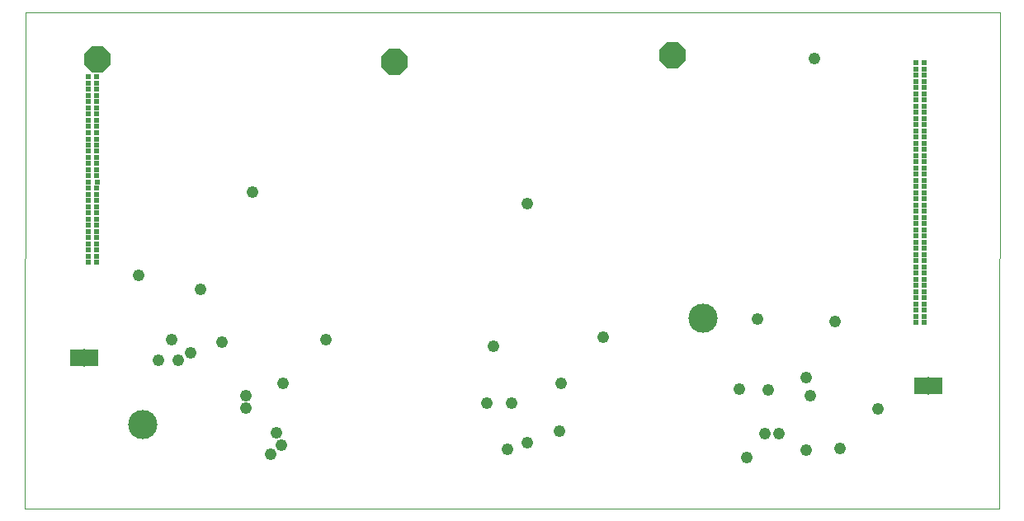
<source format=gbs>
G75*
%MOIN*%
%OFA0B0*%
%FSLAX25Y25*%
%IPPOS*%
%LPD*%
%AMOC8*
5,1,8,0,0,1.08239X$1,22.5*
%
%ADD10C,0.00000*%
%ADD11C,0.11824*%
%ADD12OC8,0.10800*%
%ADD13R,0.05400X0.07100*%
%ADD14R,0.00600X0.07200*%
%ADD15R,0.02300X0.02300*%
%ADD16C,0.04762*%
D10*
X0001000Y0021728D02*
X0001400Y0222489D01*
X0395101Y0222489D01*
X0394701Y0021728D01*
X0001000Y0021728D01*
X0043288Y0055828D02*
X0043290Y0055976D01*
X0043296Y0056124D01*
X0043306Y0056272D01*
X0043320Y0056419D01*
X0043338Y0056566D01*
X0043359Y0056712D01*
X0043385Y0056858D01*
X0043415Y0057003D01*
X0043448Y0057147D01*
X0043486Y0057290D01*
X0043527Y0057432D01*
X0043572Y0057573D01*
X0043620Y0057713D01*
X0043673Y0057852D01*
X0043729Y0057989D01*
X0043789Y0058124D01*
X0043852Y0058258D01*
X0043919Y0058390D01*
X0043990Y0058520D01*
X0044064Y0058648D01*
X0044141Y0058774D01*
X0044222Y0058898D01*
X0044306Y0059020D01*
X0044393Y0059139D01*
X0044484Y0059256D01*
X0044578Y0059371D01*
X0044674Y0059483D01*
X0044774Y0059593D01*
X0044876Y0059699D01*
X0044982Y0059803D01*
X0045090Y0059904D01*
X0045201Y0060002D01*
X0045314Y0060098D01*
X0045430Y0060190D01*
X0045548Y0060279D01*
X0045669Y0060364D01*
X0045792Y0060447D01*
X0045917Y0060526D01*
X0046044Y0060602D01*
X0046173Y0060674D01*
X0046304Y0060743D01*
X0046437Y0060808D01*
X0046572Y0060869D01*
X0046708Y0060927D01*
X0046845Y0060982D01*
X0046984Y0061032D01*
X0047125Y0061079D01*
X0047266Y0061122D01*
X0047409Y0061162D01*
X0047553Y0061197D01*
X0047697Y0061229D01*
X0047843Y0061256D01*
X0047989Y0061280D01*
X0048136Y0061300D01*
X0048283Y0061316D01*
X0048430Y0061328D01*
X0048578Y0061336D01*
X0048726Y0061340D01*
X0048874Y0061340D01*
X0049022Y0061336D01*
X0049170Y0061328D01*
X0049317Y0061316D01*
X0049464Y0061300D01*
X0049611Y0061280D01*
X0049757Y0061256D01*
X0049903Y0061229D01*
X0050047Y0061197D01*
X0050191Y0061162D01*
X0050334Y0061122D01*
X0050475Y0061079D01*
X0050616Y0061032D01*
X0050755Y0060982D01*
X0050892Y0060927D01*
X0051028Y0060869D01*
X0051163Y0060808D01*
X0051296Y0060743D01*
X0051427Y0060674D01*
X0051556Y0060602D01*
X0051683Y0060526D01*
X0051808Y0060447D01*
X0051931Y0060364D01*
X0052052Y0060279D01*
X0052170Y0060190D01*
X0052286Y0060098D01*
X0052399Y0060002D01*
X0052510Y0059904D01*
X0052618Y0059803D01*
X0052724Y0059699D01*
X0052826Y0059593D01*
X0052926Y0059483D01*
X0053022Y0059371D01*
X0053116Y0059256D01*
X0053207Y0059139D01*
X0053294Y0059020D01*
X0053378Y0058898D01*
X0053459Y0058774D01*
X0053536Y0058648D01*
X0053610Y0058520D01*
X0053681Y0058390D01*
X0053748Y0058258D01*
X0053811Y0058124D01*
X0053871Y0057989D01*
X0053927Y0057852D01*
X0053980Y0057713D01*
X0054028Y0057573D01*
X0054073Y0057432D01*
X0054114Y0057290D01*
X0054152Y0057147D01*
X0054185Y0057003D01*
X0054215Y0056858D01*
X0054241Y0056712D01*
X0054262Y0056566D01*
X0054280Y0056419D01*
X0054294Y0056272D01*
X0054304Y0056124D01*
X0054310Y0055976D01*
X0054312Y0055828D01*
X0054310Y0055680D01*
X0054304Y0055532D01*
X0054294Y0055384D01*
X0054280Y0055237D01*
X0054262Y0055090D01*
X0054241Y0054944D01*
X0054215Y0054798D01*
X0054185Y0054653D01*
X0054152Y0054509D01*
X0054114Y0054366D01*
X0054073Y0054224D01*
X0054028Y0054083D01*
X0053980Y0053943D01*
X0053927Y0053804D01*
X0053871Y0053667D01*
X0053811Y0053532D01*
X0053748Y0053398D01*
X0053681Y0053266D01*
X0053610Y0053136D01*
X0053536Y0053008D01*
X0053459Y0052882D01*
X0053378Y0052758D01*
X0053294Y0052636D01*
X0053207Y0052517D01*
X0053116Y0052400D01*
X0053022Y0052285D01*
X0052926Y0052173D01*
X0052826Y0052063D01*
X0052724Y0051957D01*
X0052618Y0051853D01*
X0052510Y0051752D01*
X0052399Y0051654D01*
X0052286Y0051558D01*
X0052170Y0051466D01*
X0052052Y0051377D01*
X0051931Y0051292D01*
X0051808Y0051209D01*
X0051683Y0051130D01*
X0051556Y0051054D01*
X0051427Y0050982D01*
X0051296Y0050913D01*
X0051163Y0050848D01*
X0051028Y0050787D01*
X0050892Y0050729D01*
X0050755Y0050674D01*
X0050616Y0050624D01*
X0050475Y0050577D01*
X0050334Y0050534D01*
X0050191Y0050494D01*
X0050047Y0050459D01*
X0049903Y0050427D01*
X0049757Y0050400D01*
X0049611Y0050376D01*
X0049464Y0050356D01*
X0049317Y0050340D01*
X0049170Y0050328D01*
X0049022Y0050320D01*
X0048874Y0050316D01*
X0048726Y0050316D01*
X0048578Y0050320D01*
X0048430Y0050328D01*
X0048283Y0050340D01*
X0048136Y0050356D01*
X0047989Y0050376D01*
X0047843Y0050400D01*
X0047697Y0050427D01*
X0047553Y0050459D01*
X0047409Y0050494D01*
X0047266Y0050534D01*
X0047125Y0050577D01*
X0046984Y0050624D01*
X0046845Y0050674D01*
X0046708Y0050729D01*
X0046572Y0050787D01*
X0046437Y0050848D01*
X0046304Y0050913D01*
X0046173Y0050982D01*
X0046044Y0051054D01*
X0045917Y0051130D01*
X0045792Y0051209D01*
X0045669Y0051292D01*
X0045548Y0051377D01*
X0045430Y0051466D01*
X0045314Y0051558D01*
X0045201Y0051654D01*
X0045090Y0051752D01*
X0044982Y0051853D01*
X0044876Y0051957D01*
X0044774Y0052063D01*
X0044674Y0052173D01*
X0044578Y0052285D01*
X0044484Y0052400D01*
X0044393Y0052517D01*
X0044306Y0052636D01*
X0044222Y0052758D01*
X0044141Y0052882D01*
X0044064Y0053008D01*
X0043990Y0053136D01*
X0043919Y0053266D01*
X0043852Y0053398D01*
X0043789Y0053532D01*
X0043729Y0053667D01*
X0043673Y0053804D01*
X0043620Y0053943D01*
X0043572Y0054083D01*
X0043527Y0054224D01*
X0043486Y0054366D01*
X0043448Y0054509D01*
X0043415Y0054653D01*
X0043385Y0054798D01*
X0043359Y0054944D01*
X0043338Y0055090D01*
X0043320Y0055237D01*
X0043306Y0055384D01*
X0043296Y0055532D01*
X0043290Y0055680D01*
X0043288Y0055828D01*
X0269488Y0098728D02*
X0269490Y0098876D01*
X0269496Y0099024D01*
X0269506Y0099172D01*
X0269520Y0099319D01*
X0269538Y0099466D01*
X0269559Y0099612D01*
X0269585Y0099758D01*
X0269615Y0099903D01*
X0269648Y0100047D01*
X0269686Y0100190D01*
X0269727Y0100332D01*
X0269772Y0100473D01*
X0269820Y0100613D01*
X0269873Y0100752D01*
X0269929Y0100889D01*
X0269989Y0101024D01*
X0270052Y0101158D01*
X0270119Y0101290D01*
X0270190Y0101420D01*
X0270264Y0101548D01*
X0270341Y0101674D01*
X0270422Y0101798D01*
X0270506Y0101920D01*
X0270593Y0102039D01*
X0270684Y0102156D01*
X0270778Y0102271D01*
X0270874Y0102383D01*
X0270974Y0102493D01*
X0271076Y0102599D01*
X0271182Y0102703D01*
X0271290Y0102804D01*
X0271401Y0102902D01*
X0271514Y0102998D01*
X0271630Y0103090D01*
X0271748Y0103179D01*
X0271869Y0103264D01*
X0271992Y0103347D01*
X0272117Y0103426D01*
X0272244Y0103502D01*
X0272373Y0103574D01*
X0272504Y0103643D01*
X0272637Y0103708D01*
X0272772Y0103769D01*
X0272908Y0103827D01*
X0273045Y0103882D01*
X0273184Y0103932D01*
X0273325Y0103979D01*
X0273466Y0104022D01*
X0273609Y0104062D01*
X0273753Y0104097D01*
X0273897Y0104129D01*
X0274043Y0104156D01*
X0274189Y0104180D01*
X0274336Y0104200D01*
X0274483Y0104216D01*
X0274630Y0104228D01*
X0274778Y0104236D01*
X0274926Y0104240D01*
X0275074Y0104240D01*
X0275222Y0104236D01*
X0275370Y0104228D01*
X0275517Y0104216D01*
X0275664Y0104200D01*
X0275811Y0104180D01*
X0275957Y0104156D01*
X0276103Y0104129D01*
X0276247Y0104097D01*
X0276391Y0104062D01*
X0276534Y0104022D01*
X0276675Y0103979D01*
X0276816Y0103932D01*
X0276955Y0103882D01*
X0277092Y0103827D01*
X0277228Y0103769D01*
X0277363Y0103708D01*
X0277496Y0103643D01*
X0277627Y0103574D01*
X0277756Y0103502D01*
X0277883Y0103426D01*
X0278008Y0103347D01*
X0278131Y0103264D01*
X0278252Y0103179D01*
X0278370Y0103090D01*
X0278486Y0102998D01*
X0278599Y0102902D01*
X0278710Y0102804D01*
X0278818Y0102703D01*
X0278924Y0102599D01*
X0279026Y0102493D01*
X0279126Y0102383D01*
X0279222Y0102271D01*
X0279316Y0102156D01*
X0279407Y0102039D01*
X0279494Y0101920D01*
X0279578Y0101798D01*
X0279659Y0101674D01*
X0279736Y0101548D01*
X0279810Y0101420D01*
X0279881Y0101290D01*
X0279948Y0101158D01*
X0280011Y0101024D01*
X0280071Y0100889D01*
X0280127Y0100752D01*
X0280180Y0100613D01*
X0280228Y0100473D01*
X0280273Y0100332D01*
X0280314Y0100190D01*
X0280352Y0100047D01*
X0280385Y0099903D01*
X0280415Y0099758D01*
X0280441Y0099612D01*
X0280462Y0099466D01*
X0280480Y0099319D01*
X0280494Y0099172D01*
X0280504Y0099024D01*
X0280510Y0098876D01*
X0280512Y0098728D01*
X0280510Y0098580D01*
X0280504Y0098432D01*
X0280494Y0098284D01*
X0280480Y0098137D01*
X0280462Y0097990D01*
X0280441Y0097844D01*
X0280415Y0097698D01*
X0280385Y0097553D01*
X0280352Y0097409D01*
X0280314Y0097266D01*
X0280273Y0097124D01*
X0280228Y0096983D01*
X0280180Y0096843D01*
X0280127Y0096704D01*
X0280071Y0096567D01*
X0280011Y0096432D01*
X0279948Y0096298D01*
X0279881Y0096166D01*
X0279810Y0096036D01*
X0279736Y0095908D01*
X0279659Y0095782D01*
X0279578Y0095658D01*
X0279494Y0095536D01*
X0279407Y0095417D01*
X0279316Y0095300D01*
X0279222Y0095185D01*
X0279126Y0095073D01*
X0279026Y0094963D01*
X0278924Y0094857D01*
X0278818Y0094753D01*
X0278710Y0094652D01*
X0278599Y0094554D01*
X0278486Y0094458D01*
X0278370Y0094366D01*
X0278252Y0094277D01*
X0278131Y0094192D01*
X0278008Y0094109D01*
X0277883Y0094030D01*
X0277756Y0093954D01*
X0277627Y0093882D01*
X0277496Y0093813D01*
X0277363Y0093748D01*
X0277228Y0093687D01*
X0277092Y0093629D01*
X0276955Y0093574D01*
X0276816Y0093524D01*
X0276675Y0093477D01*
X0276534Y0093434D01*
X0276391Y0093394D01*
X0276247Y0093359D01*
X0276103Y0093327D01*
X0275957Y0093300D01*
X0275811Y0093276D01*
X0275664Y0093256D01*
X0275517Y0093240D01*
X0275370Y0093228D01*
X0275222Y0093220D01*
X0275074Y0093216D01*
X0274926Y0093216D01*
X0274778Y0093220D01*
X0274630Y0093228D01*
X0274483Y0093240D01*
X0274336Y0093256D01*
X0274189Y0093276D01*
X0274043Y0093300D01*
X0273897Y0093327D01*
X0273753Y0093359D01*
X0273609Y0093394D01*
X0273466Y0093434D01*
X0273325Y0093477D01*
X0273184Y0093524D01*
X0273045Y0093574D01*
X0272908Y0093629D01*
X0272772Y0093687D01*
X0272637Y0093748D01*
X0272504Y0093813D01*
X0272373Y0093882D01*
X0272244Y0093954D01*
X0272117Y0094030D01*
X0271992Y0094109D01*
X0271869Y0094192D01*
X0271748Y0094277D01*
X0271630Y0094366D01*
X0271514Y0094458D01*
X0271401Y0094554D01*
X0271290Y0094652D01*
X0271182Y0094753D01*
X0271076Y0094857D01*
X0270974Y0094963D01*
X0270874Y0095073D01*
X0270778Y0095185D01*
X0270684Y0095300D01*
X0270593Y0095417D01*
X0270506Y0095536D01*
X0270422Y0095658D01*
X0270341Y0095782D01*
X0270264Y0095908D01*
X0270190Y0096036D01*
X0270119Y0096166D01*
X0270052Y0096298D01*
X0269989Y0096432D01*
X0269929Y0096567D01*
X0269873Y0096704D01*
X0269820Y0096843D01*
X0269772Y0096983D01*
X0269727Y0097124D01*
X0269686Y0097266D01*
X0269648Y0097409D01*
X0269615Y0097553D01*
X0269585Y0097698D01*
X0269559Y0097844D01*
X0269538Y0097990D01*
X0269520Y0098137D01*
X0269506Y0098284D01*
X0269496Y0098432D01*
X0269490Y0098580D01*
X0269488Y0098728D01*
D11*
X0275000Y0098728D03*
X0048800Y0055828D03*
D12*
X0030331Y0203516D03*
X0150331Y0202516D03*
X0262831Y0205016D03*
D13*
X0363050Y0071278D03*
X0369050Y0071278D03*
X0028000Y0082728D03*
X0022000Y0082728D03*
D14*
X0025000Y0082728D03*
X0366050Y0071278D03*
D15*
X0364617Y0097015D03*
X0364618Y0099515D03*
X0364618Y0102015D03*
X0364618Y0104515D03*
X0361044Y0104515D03*
X0361044Y0102015D03*
X0361044Y0099515D03*
X0361043Y0097015D03*
X0361043Y0107016D03*
X0361043Y0109516D03*
X0361043Y0112016D03*
X0361043Y0114516D03*
X0361043Y0117016D03*
X0361043Y0119516D03*
X0361043Y0122016D03*
X0361043Y0124516D03*
X0361043Y0127016D03*
X0361043Y0129516D03*
X0361043Y0132016D03*
X0361043Y0134516D03*
X0361043Y0137016D03*
X0361043Y0139516D03*
X0361043Y0142016D03*
X0361043Y0144516D03*
X0361043Y0147016D03*
X0361043Y0149516D03*
X0361043Y0152016D03*
X0361043Y0154516D03*
X0361043Y0157016D03*
X0361043Y0159516D03*
X0361043Y0162016D03*
X0361043Y0164516D03*
X0361043Y0167016D03*
X0361043Y0169516D03*
X0361043Y0172016D03*
X0361043Y0174516D03*
X0361043Y0177016D03*
X0361043Y0179516D03*
X0361043Y0182016D03*
X0361043Y0184516D03*
X0361043Y0187016D03*
X0361043Y0189516D03*
X0361043Y0192016D03*
X0361043Y0194516D03*
X0364618Y0194516D03*
X0364618Y0192016D03*
X0364618Y0189516D03*
X0364618Y0187016D03*
X0364618Y0184516D03*
X0364618Y0182016D03*
X0364618Y0179516D03*
X0364618Y0177016D03*
X0364618Y0174516D03*
X0364618Y0172016D03*
X0364618Y0169516D03*
X0364618Y0167016D03*
X0364618Y0164516D03*
X0364618Y0162016D03*
X0364618Y0159516D03*
X0364618Y0157016D03*
X0364618Y0154516D03*
X0364618Y0152016D03*
X0364618Y0149516D03*
X0364618Y0147016D03*
X0364618Y0144516D03*
X0364618Y0142016D03*
X0364618Y0139516D03*
X0364618Y0137016D03*
X0364618Y0134516D03*
X0364618Y0132016D03*
X0364618Y0129516D03*
X0364618Y0127016D03*
X0364618Y0124516D03*
X0364618Y0122016D03*
X0364618Y0119516D03*
X0364618Y0117016D03*
X0364618Y0114516D03*
X0364618Y0112016D03*
X0364618Y0109516D03*
X0364618Y0107016D03*
X0364618Y0197016D03*
X0364618Y0199516D03*
X0364618Y0202016D03*
X0361043Y0202016D03*
X0361043Y0199516D03*
X0361043Y0197016D03*
X0030287Y0196228D03*
X0030287Y0193728D03*
X0030287Y0191228D03*
X0030287Y0188728D03*
X0030287Y0186228D03*
X0030287Y0183728D03*
X0030287Y0181228D03*
X0030287Y0178728D03*
X0030287Y0176278D03*
X0030287Y0173778D03*
X0030287Y0171178D03*
X0030287Y0168778D03*
X0030287Y0166278D03*
X0030287Y0163778D03*
X0030287Y0161278D03*
X0030287Y0158778D03*
X0030287Y0156278D03*
X0030318Y0153778D03*
X0030287Y0151278D03*
X0030287Y0148778D03*
X0030287Y0146278D03*
X0030287Y0143778D03*
X0030287Y0141278D03*
X0030287Y0138778D03*
X0030287Y0136278D03*
X0030287Y0133778D03*
X0026713Y0133778D03*
X0026713Y0136278D03*
X0026713Y0138778D03*
X0026713Y0141278D03*
X0026713Y0143778D03*
X0026713Y0146278D03*
X0026713Y0148778D03*
X0026713Y0151278D03*
X0026743Y0153778D03*
X0026713Y0156278D03*
X0026713Y0158778D03*
X0026713Y0161278D03*
X0026713Y0163778D03*
X0026713Y0166278D03*
X0026713Y0168778D03*
X0026713Y0171178D03*
X0026713Y0173778D03*
X0026713Y0176278D03*
X0026713Y0178728D03*
X0026713Y0181228D03*
X0026713Y0183728D03*
X0026713Y0186228D03*
X0026713Y0188728D03*
X0026713Y0191228D03*
X0026713Y0193728D03*
X0026713Y0196228D03*
X0026713Y0131278D03*
X0026713Y0128778D03*
X0026713Y0126278D03*
X0026713Y0123778D03*
X0026713Y0121278D03*
X0030287Y0121278D03*
X0030287Y0123778D03*
X0030287Y0126278D03*
X0030287Y0128778D03*
X0030287Y0131278D03*
D16*
X0047200Y0115878D03*
X0072150Y0110478D03*
X0080831Y0089016D03*
X0068000Y0084728D03*
X0063000Y0081728D03*
X0055000Y0081728D03*
X0060337Y0089916D03*
X0090331Y0067516D03*
X0090331Y0062516D03*
X0102831Y0052516D03*
X0104831Y0047516D03*
X0100631Y0043766D03*
X0105331Y0072516D03*
X0122831Y0090016D03*
X0187831Y0064235D03*
X0197831Y0064235D03*
X0217831Y0072516D03*
X0190331Y0087516D03*
X0234831Y0091016D03*
X0289831Y0070016D03*
X0301531Y0069785D03*
X0316681Y0074716D03*
X0318400Y0067528D03*
X0305850Y0052178D03*
X0300100Y0052028D03*
X0292850Y0042328D03*
X0316950Y0045328D03*
X0330400Y0045878D03*
X0345650Y0062128D03*
X0328531Y0097316D03*
X0297131Y0098216D03*
X0217000Y0053009D03*
X0204131Y0048216D03*
X0196081Y0045866D03*
X0204050Y0144928D03*
X0093000Y0149728D03*
X0320000Y0203728D03*
M02*

</source>
